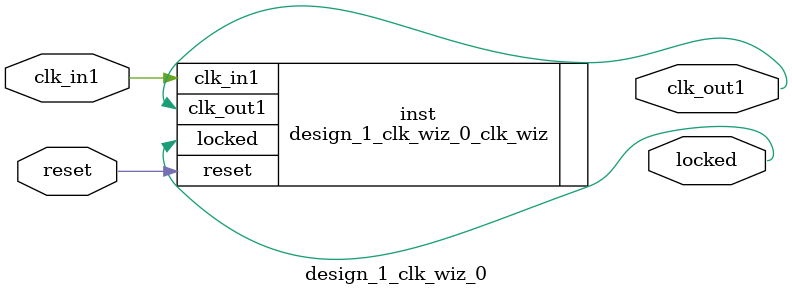
<source format=v>


`timescale 1ps/1ps

(* CORE_GENERATION_INFO = "design_1_clk_wiz_0,clk_wiz_v6_0_6_0_0,{component_name=design_1_clk_wiz_0,use_phase_alignment=false,use_min_o_jitter=false,use_max_i_jitter=false,use_dyn_phase_shift=false,use_inclk_switchover=false,use_dyn_reconfig=false,enable_axi=0,feedback_source=FDBK_AUTO,PRIMITIVE=MMCM,num_out_clk=1,clkin1_period=10.000,clkin2_period=10.000,use_power_down=false,use_reset=true,use_locked=true,use_inclk_stopped=false,feedback_type=SINGLE,CLOCK_MGR_TYPE=NA,manual_override=false}" *)

module design_1_clk_wiz_0 
 (
  // Clock out ports
  output        clk_out1,
  // Status and control signals
  input         reset,
  output        locked,
 // Clock in ports
  input         clk_in1
 );

  design_1_clk_wiz_0_clk_wiz inst
  (
  // Clock out ports  
  .clk_out1(clk_out1),
  // Status and control signals               
  .reset(reset), 
  .locked(locked),
 // Clock in ports
  .clk_in1(clk_in1)
  );

endmodule

</source>
